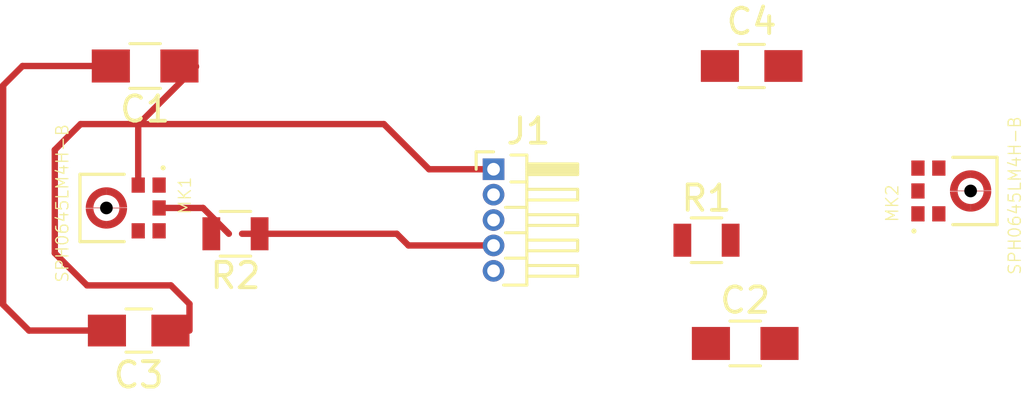
<source format=kicad_pcb>
(kicad_pcb (version 4) (host pcbnew 4.0.6-e0-6349~52~ubuntu16.10.1)

  (general
    (links 20)
    (no_connects 16)
    (area 0 0 0 0)
    (thickness 1.6)
    (drawings 0)
    (tracks 25)
    (zones 0)
    (modules 9)
    (nets 10)
  )

  (page A4)
  (layers
    (0 F.Cu signal)
    (31 B.Cu signal)
    (32 B.Adhes user)
    (33 F.Adhes user)
    (34 B.Paste user)
    (35 F.Paste user)
    (36 B.SilkS user)
    (37 F.SilkS user)
    (38 B.Mask user)
    (39 F.Mask user)
    (40 Dwgs.User user)
    (41 Cmts.User user)
    (42 Eco1.User user)
    (43 Eco2.User user)
    (44 Edge.Cuts user)
    (45 Margin user)
    (46 B.CrtYd user)
    (47 F.CrtYd user)
    (48 B.Fab user)
    (49 F.Fab user)
  )

  (setup
    (last_trace_width 0.25)
    (trace_clearance 0.2)
    (zone_clearance 0.508)
    (zone_45_only no)
    (trace_min 0.2)
    (segment_width 0.2)
    (edge_width 0.1)
    (via_size 0.6)
    (via_drill 0.4)
    (via_min_size 0.4)
    (via_min_drill 0.3)
    (uvia_size 0.3)
    (uvia_drill 0.1)
    (uvias_allowed no)
    (uvia_min_size 0.2)
    (uvia_min_drill 0.1)
    (pcb_text_width 0.3)
    (pcb_text_size 1.5 1.5)
    (mod_edge_width 0.15)
    (mod_text_size 1 1)
    (mod_text_width 0.15)
    (pad_size 1.5 1.5)
    (pad_drill 0.6)
    (pad_to_mask_clearance 0)
    (aux_axis_origin 0 0)
    (visible_elements FFFFFF7F)
    (pcbplotparams
      (layerselection 0x00030_80000001)
      (usegerberextensions false)
      (excludeedgelayer true)
      (linewidth 0.100000)
      (plotframeref false)
      (viasonmask false)
      (mode 1)
      (useauxorigin false)
      (hpglpennumber 1)
      (hpglpenspeed 20)
      (hpglpendiameter 15)
      (hpglpenoverlay 2)
      (psnegative false)
      (psa4output false)
      (plotreference true)
      (plotvalue true)
      (plotinvisibletext false)
      (padsonsilk false)
      (subtractmaskfromsilk false)
      (outputformat 1)
      (mirror false)
      (drillshape 1)
      (scaleselection 1)
      (outputdirectory ""))
  )

  (net 0 "")
  (net 1 "Net-(MK1-Pad6)")
  (net 2 "Net-(C1-Pad2)")
  (net 3 "Net-(MK2-Pad6)")
  (net 4 VCC)
  (net 5 "Net-(C2-Pad2)")
  (net 6 /ws)
  (net 7 /bclk)
  (net 8 /data)
  (net 9 GND)

  (net_class Default "This is the default net class."
    (clearance 0.2)
    (trace_width 0.25)
    (via_dia 0.6)
    (via_drill 0.4)
    (uvia_dia 0.3)
    (uvia_drill 0.1)
    (add_net /bclk)
    (add_net /data)
    (add_net /ws)
    (add_net GND)
    (add_net "Net-(C1-Pad2)")
    (add_net "Net-(C2-Pad2)")
    (add_net "Net-(MK1-Pad6)")
    (add_net "Net-(MK2-Pad6)")
    (add_net VCC)
  )

  (module Pin_Headers:Pin_Header_Angled_1x05_Pitch1.00mm (layer F.Cu) (tedit 59899A66) (tstamp 59ADAEAB)
    (at 232.664 49.784)
    (descr "Through hole angled pin header, 1x05, 1.00mm pitch, 2.0mm pin length, single row")
    (tags "Through hole angled pin header THT 1x05 1.00mm single row")
    (path /59ADBB61)
    (fp_text reference J1 (at 1.375 -1.5) (layer F.SilkS)
      (effects (font (size 1 1) (thickness 0.15)))
    )
    (fp_text value CONN_01X05 (at 1.375 5.5) (layer F.Fab)
      (effects (font (size 1 1) (thickness 0.15)))
    )
    (fp_line (start 0.5 -0.5) (end 1.25 -0.5) (layer F.Fab) (width 0.1))
    (fp_line (start 1.25 -0.5) (end 1.25 4.5) (layer F.Fab) (width 0.1))
    (fp_line (start 1.25 4.5) (end 0.25 4.5) (layer F.Fab) (width 0.1))
    (fp_line (start 0.25 4.5) (end 0.25 -0.25) (layer F.Fab) (width 0.1))
    (fp_line (start 0.25 -0.25) (end 0.5 -0.5) (layer F.Fab) (width 0.1))
    (fp_line (start -0.15 -0.15) (end 0.25 -0.15) (layer F.Fab) (width 0.1))
    (fp_line (start -0.15 -0.15) (end -0.15 0.15) (layer F.Fab) (width 0.1))
    (fp_line (start -0.15 0.15) (end 0.25 0.15) (layer F.Fab) (width 0.1))
    (fp_line (start 1.25 -0.15) (end 3.25 -0.15) (layer F.Fab) (width 0.1))
    (fp_line (start 3.25 -0.15) (end 3.25 0.15) (layer F.Fab) (width 0.1))
    (fp_line (start 1.25 0.15) (end 3.25 0.15) (layer F.Fab) (width 0.1))
    (fp_line (start -0.15 0.85) (end 0.25 0.85) (layer F.Fab) (width 0.1))
    (fp_line (start -0.15 0.85) (end -0.15 1.15) (layer F.Fab) (width 0.1))
    (fp_line (start -0.15 1.15) (end 0.25 1.15) (layer F.Fab) (width 0.1))
    (fp_line (start 1.25 0.85) (end 3.25 0.85) (layer F.Fab) (width 0.1))
    (fp_line (start 3.25 0.85) (end 3.25 1.15) (layer F.Fab) (width 0.1))
    (fp_line (start 1.25 1.15) (end 3.25 1.15) (layer F.Fab) (width 0.1))
    (fp_line (start -0.15 1.85) (end 0.25 1.85) (layer F.Fab) (width 0.1))
    (fp_line (start -0.15 1.85) (end -0.15 2.15) (layer F.Fab) (width 0.1))
    (fp_line (start -0.15 2.15) (end 0.25 2.15) (layer F.Fab) (width 0.1))
    (fp_line (start 1.25 1.85) (end 3.25 1.85) (layer F.Fab) (width 0.1))
    (fp_line (start 3.25 1.85) (end 3.25 2.15) (layer F.Fab) (width 0.1))
    (fp_line (start 1.25 2.15) (end 3.25 2.15) (layer F.Fab) (width 0.1))
    (fp_line (start -0.15 2.85) (end 0.25 2.85) (layer F.Fab) (width 0.1))
    (fp_line (start -0.15 2.85) (end -0.15 3.15) (layer F.Fab) (width 0.1))
    (fp_line (start -0.15 3.15) (end 0.25 3.15) (layer F.Fab) (width 0.1))
    (fp_line (start 1.25 2.85) (end 3.25 2.85) (layer F.Fab) (width 0.1))
    (fp_line (start 3.25 2.85) (end 3.25 3.15) (layer F.Fab) (width 0.1))
    (fp_line (start 1.25 3.15) (end 3.25 3.15) (layer F.Fab) (width 0.1))
    (fp_line (start -0.15 3.85) (end 0.25 3.85) (layer F.Fab) (width 0.1))
    (fp_line (start -0.15 3.85) (end -0.15 4.15) (layer F.Fab) (width 0.1))
    (fp_line (start -0.15 4.15) (end 0.25 4.15) (layer F.Fab) (width 0.1))
    (fp_line (start 1.25 3.85) (end 3.25 3.85) (layer F.Fab) (width 0.1))
    (fp_line (start 3.25 3.85) (end 3.25 4.15) (layer F.Fab) (width 0.1))
    (fp_line (start 1.25 4.15) (end 3.25 4.15) (layer F.Fab) (width 0.1))
    (fp_line (start 0.685 -0.56) (end 1.31 -0.56) (layer F.SilkS) (width 0.12))
    (fp_line (start 1.31 -0.56) (end 1.31 4.56) (layer F.SilkS) (width 0.12))
    (fp_line (start 1.31 4.56) (end 0.394493 4.56) (layer F.SilkS) (width 0.12))
    (fp_line (start 1.31 -0.21) (end 3.31 -0.21) (layer F.SilkS) (width 0.12))
    (fp_line (start 3.31 -0.21) (end 3.31 0.21) (layer F.SilkS) (width 0.12))
    (fp_line (start 3.31 0.21) (end 1.31 0.21) (layer F.SilkS) (width 0.12))
    (fp_line (start 1.31 -0.15) (end 3.31 -0.15) (layer F.SilkS) (width 0.12))
    (fp_line (start 1.31 -0.03) (end 3.31 -0.03) (layer F.SilkS) (width 0.12))
    (fp_line (start 1.31 0.09) (end 3.31 0.09) (layer F.SilkS) (width 0.12))
    (fp_line (start 0.685 0.5) (end 1.31 0.5) (layer F.SilkS) (width 0.12))
    (fp_line (start 1.31 0.79) (end 3.31 0.79) (layer F.SilkS) (width 0.12))
    (fp_line (start 3.31 0.79) (end 3.31 1.21) (layer F.SilkS) (width 0.12))
    (fp_line (start 3.31 1.21) (end 1.31 1.21) (layer F.SilkS) (width 0.12))
    (fp_line (start 0.468215 1.5) (end 1.31 1.5) (layer F.SilkS) (width 0.12))
    (fp_line (start 1.31 1.79) (end 3.31 1.79) (layer F.SilkS) (width 0.12))
    (fp_line (start 3.31 1.79) (end 3.31 2.21) (layer F.SilkS) (width 0.12))
    (fp_line (start 3.31 2.21) (end 1.31 2.21) (layer F.SilkS) (width 0.12))
    (fp_line (start 0.468215 2.5) (end 1.31 2.5) (layer F.SilkS) (width 0.12))
    (fp_line (start 1.31 2.79) (end 3.31 2.79) (layer F.SilkS) (width 0.12))
    (fp_line (start 3.31 2.79) (end 3.31 3.21) (layer F.SilkS) (width 0.12))
    (fp_line (start 3.31 3.21) (end 1.31 3.21) (layer F.SilkS) (width 0.12))
    (fp_line (start 0.468215 3.5) (end 1.31 3.5) (layer F.SilkS) (width 0.12))
    (fp_line (start 1.31 3.79) (end 3.31 3.79) (layer F.SilkS) (width 0.12))
    (fp_line (start 3.31 3.79) (end 3.31 4.21) (layer F.SilkS) (width 0.12))
    (fp_line (start 3.31 4.21) (end 1.31 4.21) (layer F.SilkS) (width 0.12))
    (fp_line (start -0.685 0) (end -0.685 -0.685) (layer F.SilkS) (width 0.12))
    (fp_line (start -0.685 -0.685) (end 0 -0.685) (layer F.SilkS) (width 0.12))
    (fp_line (start -1 -1) (end -1 5) (layer F.CrtYd) (width 0.05))
    (fp_line (start -1 5) (end 3.75 5) (layer F.CrtYd) (width 0.05))
    (fp_line (start 3.75 5) (end 3.75 -1) (layer F.CrtYd) (width 0.05))
    (fp_line (start 3.75 -1) (end -1 -1) (layer F.CrtYd) (width 0.05))
    (fp_text user %R (at 0.75 2 90) (layer F.Fab)
      (effects (font (size 0.6 0.6) (thickness 0.09)))
    )
    (pad 1 thru_hole rect (at 0 0) (size 0.85 0.85) (drill 0.5) (layers *.Cu *.Mask)
      (net 4 VCC))
    (pad 2 thru_hole oval (at 0 1) (size 0.85 0.85) (drill 0.5) (layers *.Cu *.Mask)
      (net 6 /ws))
    (pad 3 thru_hole oval (at 0 2) (size 0.85 0.85) (drill 0.5) (layers *.Cu *.Mask)
      (net 7 /bclk))
    (pad 4 thru_hole oval (at 0 3) (size 0.85 0.85) (drill 0.5) (layers *.Cu *.Mask)
      (net 8 /data))
    (pad 5 thru_hole oval (at 0 4) (size 0.85 0.85) (drill 0.5) (layers *.Cu *.Mask)
      (net 9 GND))
    (model ${KISYS3DMOD}/Pin_Headers.3dshapes/Pin_Header_Angled_1x05_Pitch1.00mm.wrl
      (at (xyz 0 0 0))
      (scale (xyz 1 1 1))
      (rotate (xyz 0 0 0))
    )
  )

  (module Resistors_SMD:R_0805_HandSoldering (layer F.Cu) (tedit 58E0A804) (tstamp 59AEFA45)
    (at 218.948 45.72 180)
    (descr "Resistor SMD 0805, hand soldering")
    (tags "resistor 0805")
    (path /59AEF705)
    (attr smd)
    (fp_text reference C1 (at 0 -1.7 180) (layer F.SilkS)
      (effects (font (size 1 1) (thickness 0.15)))
    )
    (fp_text value 0.1uF (at 0 1.75 180) (layer F.Fab)
      (effects (font (size 1 1) (thickness 0.15)))
    )
    (fp_text user %R (at 0 0 180) (layer F.Fab)
      (effects (font (size 0.5 0.5) (thickness 0.075)))
    )
    (fp_line (start -1 0.62) (end -1 -0.62) (layer F.Fab) (width 0.1))
    (fp_line (start 1 0.62) (end -1 0.62) (layer F.Fab) (width 0.1))
    (fp_line (start 1 -0.62) (end 1 0.62) (layer F.Fab) (width 0.1))
    (fp_line (start -1 -0.62) (end 1 -0.62) (layer F.Fab) (width 0.1))
    (fp_line (start 0.6 0.88) (end -0.6 0.88) (layer F.SilkS) (width 0.12))
    (fp_line (start -0.6 -0.88) (end 0.6 -0.88) (layer F.SilkS) (width 0.12))
    (fp_line (start -2.35 -0.9) (end 2.35 -0.9) (layer F.CrtYd) (width 0.05))
    (fp_line (start -2.35 -0.9) (end -2.35 0.9) (layer F.CrtYd) (width 0.05))
    (fp_line (start 2.35 0.9) (end 2.35 -0.9) (layer F.CrtYd) (width 0.05))
    (fp_line (start 2.35 0.9) (end -2.35 0.9) (layer F.CrtYd) (width 0.05))
    (pad 1 smd rect (at -1.35 0 180) (size 1.5 1.3) (layers F.Cu F.Paste F.Mask)
      (net 4 VCC))
    (pad 2 smd rect (at 1.35 0 180) (size 1.5 1.3) (layers F.Cu F.Paste F.Mask)
      (net 2 "Net-(C1-Pad2)"))
    (model ${KISYS3DMOD}/Resistors_SMD.3dshapes/R_0805.wrl
      (at (xyz 0 0 0))
      (scale (xyz 1 1 1))
      (rotate (xyz 0 0 0))
    )
  )

  (module Resistors_SMD:R_0805_HandSoldering (layer F.Cu) (tedit 58E0A804) (tstamp 59AEFA55)
    (at 242.57 56.642)
    (descr "Resistor SMD 0805, hand soldering")
    (tags "resistor 0805")
    (path /59AEFDAA)
    (attr smd)
    (fp_text reference C2 (at 0 -1.7) (layer F.SilkS)
      (effects (font (size 1 1) (thickness 0.15)))
    )
    (fp_text value 0.1uF (at 0 1.75) (layer F.Fab)
      (effects (font (size 1 1) (thickness 0.15)))
    )
    (fp_text user %R (at 0 0) (layer F.Fab)
      (effects (font (size 0.5 0.5) (thickness 0.075)))
    )
    (fp_line (start -1 0.62) (end -1 -0.62) (layer F.Fab) (width 0.1))
    (fp_line (start 1 0.62) (end -1 0.62) (layer F.Fab) (width 0.1))
    (fp_line (start 1 -0.62) (end 1 0.62) (layer F.Fab) (width 0.1))
    (fp_line (start -1 -0.62) (end 1 -0.62) (layer F.Fab) (width 0.1))
    (fp_line (start 0.6 0.88) (end -0.6 0.88) (layer F.SilkS) (width 0.12))
    (fp_line (start -0.6 -0.88) (end 0.6 -0.88) (layer F.SilkS) (width 0.12))
    (fp_line (start -2.35 -0.9) (end 2.35 -0.9) (layer F.CrtYd) (width 0.05))
    (fp_line (start -2.35 -0.9) (end -2.35 0.9) (layer F.CrtYd) (width 0.05))
    (fp_line (start 2.35 0.9) (end 2.35 -0.9) (layer F.CrtYd) (width 0.05))
    (fp_line (start 2.35 0.9) (end -2.35 0.9) (layer F.CrtYd) (width 0.05))
    (pad 1 smd rect (at -1.35 0) (size 1.5 1.3) (layers F.Cu F.Paste F.Mask)
      (net 4 VCC))
    (pad 2 smd rect (at 1.35 0) (size 1.5 1.3) (layers F.Cu F.Paste F.Mask)
      (net 5 "Net-(C2-Pad2)"))
    (model ${KISYS3DMOD}/Resistors_SMD.3dshapes/R_0805.wrl
      (at (xyz 0 0 0))
      (scale (xyz 1 1 1))
      (rotate (xyz 0 0 0))
    )
  )

  (module Capacitors_SMD:C_0805_HandSoldering (layer F.Cu) (tedit 58AA84A8) (tstamp 59AEFA65)
    (at 218.694 56.134 180)
    (descr "Capacitor SMD 0805, hand soldering")
    (tags "capacitor 0805")
    (path /59AEF871)
    (attr smd)
    (fp_text reference C3 (at 0 -1.75 180) (layer F.SilkS)
      (effects (font (size 1 1) (thickness 0.15)))
    )
    (fp_text value 200pf (at 0 1.75 180) (layer F.Fab)
      (effects (font (size 1 1) (thickness 0.15)))
    )
    (fp_text user %R (at 0 -1.75 180) (layer F.Fab)
      (effects (font (size 1 1) (thickness 0.15)))
    )
    (fp_line (start -1 0.62) (end -1 -0.62) (layer F.Fab) (width 0.1))
    (fp_line (start 1 0.62) (end -1 0.62) (layer F.Fab) (width 0.1))
    (fp_line (start 1 -0.62) (end 1 0.62) (layer F.Fab) (width 0.1))
    (fp_line (start -1 -0.62) (end 1 -0.62) (layer F.Fab) (width 0.1))
    (fp_line (start 0.5 -0.85) (end -0.5 -0.85) (layer F.SilkS) (width 0.12))
    (fp_line (start -0.5 0.85) (end 0.5 0.85) (layer F.SilkS) (width 0.12))
    (fp_line (start -2.25 -0.88) (end 2.25 -0.88) (layer F.CrtYd) (width 0.05))
    (fp_line (start -2.25 -0.88) (end -2.25 0.87) (layer F.CrtYd) (width 0.05))
    (fp_line (start 2.25 0.87) (end 2.25 -0.88) (layer F.CrtYd) (width 0.05))
    (fp_line (start 2.25 0.87) (end -2.25 0.87) (layer F.CrtYd) (width 0.05))
    (pad 1 smd rect (at -1.25 0 180) (size 1.5 1.25) (layers F.Cu F.Paste F.Mask)
      (net 4 VCC))
    (pad 2 smd rect (at 1.25 0 180) (size 1.5 1.25) (layers F.Cu F.Paste F.Mask)
      (net 2 "Net-(C1-Pad2)"))
    (model Capacitors_SMD.3dshapes/C_0805.wrl
      (at (xyz 0 0 0))
      (scale (xyz 1 1 1))
      (rotate (xyz 0 0 0))
    )
  )

  (module Capacitors_SMD:C_0805_HandSoldering (layer F.Cu) (tedit 58AA84A8) (tstamp 59AEFA75)
    (at 242.824 45.72)
    (descr "Capacitor SMD 0805, hand soldering")
    (tags "capacitor 0805")
    (path /59AEFDB1)
    (attr smd)
    (fp_text reference C4 (at 0 -1.75) (layer F.SilkS)
      (effects (font (size 1 1) (thickness 0.15)))
    )
    (fp_text value 200pf (at 0 1.75) (layer F.Fab)
      (effects (font (size 1 1) (thickness 0.15)))
    )
    (fp_text user %R (at 0 -1.75) (layer F.Fab)
      (effects (font (size 1 1) (thickness 0.15)))
    )
    (fp_line (start -1 0.62) (end -1 -0.62) (layer F.Fab) (width 0.1))
    (fp_line (start 1 0.62) (end -1 0.62) (layer F.Fab) (width 0.1))
    (fp_line (start 1 -0.62) (end 1 0.62) (layer F.Fab) (width 0.1))
    (fp_line (start -1 -0.62) (end 1 -0.62) (layer F.Fab) (width 0.1))
    (fp_line (start 0.5 -0.85) (end -0.5 -0.85) (layer F.SilkS) (width 0.12))
    (fp_line (start -0.5 0.85) (end 0.5 0.85) (layer F.SilkS) (width 0.12))
    (fp_line (start -2.25 -0.88) (end 2.25 -0.88) (layer F.CrtYd) (width 0.05))
    (fp_line (start -2.25 -0.88) (end -2.25 0.87) (layer F.CrtYd) (width 0.05))
    (fp_line (start 2.25 0.87) (end 2.25 -0.88) (layer F.CrtYd) (width 0.05))
    (fp_line (start 2.25 0.87) (end -2.25 0.87) (layer F.CrtYd) (width 0.05))
    (pad 1 smd rect (at -1.25 0) (size 1.5 1.25) (layers F.Cu F.Paste F.Mask)
      (net 4 VCC))
    (pad 2 smd rect (at 1.25 0) (size 1.5 1.25) (layers F.Cu F.Paste F.Mask)
      (net 5 "Net-(C2-Pad2)"))
    (model Capacitors_SMD.3dshapes/C_0805.wrl
      (at (xyz 0 0 0))
      (scale (xyz 1 1 1))
      (rotate (xyz 0 0 0))
    )
  )

  (module microfono:MIC_SPH0645LM4H-B (layer F.Cu) (tedit 0) (tstamp 59AEFA85)
    (at 217.424 51.308 270)
    (path /59AD8FF7)
    (attr smd)
    (fp_text reference MK1 (at -0.486981 -3.08725 270) (layer F.SilkS)
      (effects (font (size 0.481161 0.481161) (thickness 0.05)))
    )
    (fp_text value SPH0645LM4H-B (at -0.18114 1.73657 270) (layer F.SilkS)
      (effects (font (size 0.48038 0.48038) (thickness 0.05)))
    )
    (fp_line (start 1.325 -0.7) (end 1.325 1.04) (layer F.SilkS) (width 0.127))
    (fp_line (start 1.325 1.04) (end -1.325 1.04) (layer F.SilkS) (width 0.127))
    (fp_line (start -1.325 1.04) (end -1.325 -0.7) (layer F.SilkS) (width 0.127))
    (fp_circle (center -1.578 -2.232) (end -1.528 -2.232) (layer F.SilkS) (width 0.1))
    (fp_line (start -1.325 -2.46) (end 1.325 -2.46) (layer Dwgs.User) (width 0.127))
    (fp_line (start 1.325 -2.46) (end 1.325 1.04) (layer Dwgs.User) (width 0.127))
    (fp_line (start 1.325 1.04) (end -1.325 1.04) (layer Dwgs.User) (width 0.127))
    (fp_line (start -1.325 1.04) (end -1.325 -2.46) (layer Dwgs.User) (width 0.127))
    (fp_line (start -1.651 -2.794) (end 1.651 -2.794) (layer Dwgs.User) (width 0.05))
    (fp_line (start 1.651 -2.794) (end 1.651 1.397) (layer Dwgs.User) (width 0.05))
    (fp_line (start 1.651 1.397) (end -1.651 1.397) (layer Dwgs.User) (width 0.05))
    (fp_line (start -1.651 1.397) (end -1.651 -2.794) (layer Dwgs.User) (width 0.05))
    (fp_circle (center 0 0) (end 0.9 0) (layer F.Mask) (width 0))
    (fp_poly (pts (xy 0 -0.5125) (xy 0 -0.8125) (xy 0.021271 0.8125) (xy 0.063765 0.810273)
      (xy 0.106084 0.805826) (xy 0.148112 0.799169) (xy 0.189735 0.790322) (xy 0.230837 0.779309)
      (xy 0.271306 0.76616) (xy 0.311032 0.750911) (xy 0.349906 0.733604) (xy 0.38782 0.714286)
      (xy 0.424671 0.69301) (xy 0.460359 0.669835) (xy 0.494784 0.644823) (xy 0.527854 0.618045)
      (xy 0.559476 0.589572) (xy 0.589565 0.559483) (xy 0.618038 0.527861) (xy 0.644817 0.494792)
      (xy 0.669829 0.460367) (xy 0.693005 0.42468) (xy 0.714281 0.387829) (xy 0.7336 0.349915)
      (xy 0.750907 0.311041) (xy 0.766157 0.271316) (xy 0.779307 0.230846) (xy 0.79032 0.189744)
      (xy 0.799167 0.148122) (xy 0.805824 0.106094) (xy 0.810272 0.063775) (xy 0.8125 0.021281)
      (xy 0.8125 0) (xy 0.5125 0) (xy 0.5125 0.013417) (xy 0.511095 0.040221)
      (xy 0.50829 0.066915) (xy 0.504091 0.093425) (xy 0.498511 0.119679) (xy 0.491564 0.145605)
      (xy 0.48327 0.171132) (xy 0.473652 0.19619) (xy 0.462735 0.22071) (xy 0.45055 0.244625)
      (xy 0.437129 0.26787) (xy 0.422511 0.29038) (xy 0.406735 0.312095) (xy 0.389844 0.332954)
      (xy 0.371884 0.3529) (xy 0.352905 0.37188) (xy 0.332958 0.38984) (xy 0.3121 0.406731)
      (xy 0.290385 0.422508) (xy 0.267875 0.437126) (xy 0.24463 0.450547) (xy 0.220715 0.462732)
      (xy 0.196195 0.473649) (xy 0.171138 0.483268) (xy 0.145611 0.491563) (xy 0.119685 0.49851)
      (xy 0.093431 0.50409) (xy 0.066921 0.508289) (xy 0.040227 0.511095) (xy 0.013423 0.5125)) (layer F.Cu) (width 0.001))
    (fp_poly (pts (xy -0.5125 0) (xy -0.8125 0) (xy -0.8125 0.021271) (xy -0.810273 0.063765)
      (xy -0.805826 0.106084) (xy -0.799169 0.148112) (xy -0.790322 0.189735) (xy -0.779309 0.230837)
      (xy -0.76616 0.271306) (xy -0.750911 0.311032) (xy -0.733604 0.349906) (xy -0.714286 0.38782)
      (xy -0.69301 0.424671) (xy -0.669835 0.460359) (xy -0.644823 0.494784) (xy -0.618045 0.527854)
      (xy -0.589572 0.559476) (xy -0.559483 0.589565) (xy -0.527861 0.618038) (xy -0.494792 0.644817)
      (xy -0.460367 0.669829) (xy -0.42468 0.693005) (xy -0.387829 0.714281) (xy -0.349915 0.7336)
      (xy -0.311041 0.750907) (xy -0.271316 0.766157) (xy -0.230846 0.779307) (xy -0.189744 0.79032)
      (xy -0.148122 0.799167) (xy -0.106094 0.805824) (xy -0.063775 0.810272) (xy -0.021281 0.8125)
      (xy 0 0.8125) (xy 0 -0.5125) (xy -0.013417 0.5125) (xy -0.040221 0.511095)
      (xy -0.066915 0.50829) (xy -0.093425 0.504091) (xy -0.119679 0.498511) (xy -0.145605 0.491564)
      (xy -0.171132 0.48327) (xy -0.19619 0.473652) (xy -0.22071 0.462735) (xy -0.244625 0.45055)
      (xy -0.26787 0.437129) (xy -0.29038 0.422511) (xy -0.312095 0.406735) (xy -0.332954 0.389844)
      (xy -0.3529 0.371884) (xy -0.37188 0.352905) (xy -0.38984 0.332958) (xy -0.406731 0.3121)
      (xy -0.422508 0.290385) (xy -0.437126 0.267875) (xy -0.450547 0.24463) (xy -0.462732 0.220715)
      (xy -0.473649 0.196195) (xy -0.483268 0.171138) (xy -0.491563 0.145611) (xy -0.49851 0.119685)
      (xy -0.50409 0.093431) (xy -0.508289 0.066921) (xy -0.511095 0.040227) (xy -0.5125 0.013423)) (layer F.Cu) (width 0.001))
    (fp_poly (pts (xy 0 0.5125) (xy 0 0.8125) (xy -0.021271 -0.8125) (xy -0.063765 -0.810273)
      (xy -0.106084 -0.805826) (xy -0.148112 -0.799169) (xy -0.189735 -0.790322) (xy -0.230837 -0.779309)
      (xy -0.271306 -0.76616) (xy -0.311032 -0.750911) (xy -0.349906 -0.733604) (xy -0.38782 -0.714286)
      (xy -0.424671 -0.69301) (xy -0.460359 -0.669835) (xy -0.494784 -0.644823) (xy -0.527854 -0.618045)
      (xy -0.559476 -0.589572) (xy -0.589565 -0.559483) (xy -0.618038 -0.527861) (xy -0.644817 -0.494792)
      (xy -0.669829 -0.460367) (xy -0.693005 -0.42468) (xy -0.714281 -0.387829) (xy -0.7336 -0.349915)
      (xy -0.750907 -0.311041) (xy -0.766157 -0.271316) (xy -0.779307 -0.230846) (xy -0.79032 -0.189744)
      (xy -0.799167 -0.148122) (xy -0.805824 -0.106094) (xy -0.810272 -0.063775) (xy -0.8125 -0.021281)
      (xy -0.8125 0) (xy -0.5125 0) (xy -0.5125 -0.013417) (xy -0.511095 -0.040221)
      (xy -0.50829 -0.066915) (xy -0.504091 -0.093425) (xy -0.498511 -0.119679) (xy -0.491564 -0.145605)
      (xy -0.48327 -0.171132) (xy -0.473652 -0.19619) (xy -0.462735 -0.22071) (xy -0.45055 -0.244625)
      (xy -0.437129 -0.26787) (xy -0.422511 -0.29038) (xy -0.406735 -0.312095) (xy -0.389844 -0.332954)
      (xy -0.371884 -0.3529) (xy -0.352905 -0.37188) (xy -0.332958 -0.38984) (xy -0.3121 -0.406731)
      (xy -0.290385 -0.422508) (xy -0.267875 -0.437126) (xy -0.24463 -0.450547) (xy -0.220715 -0.462732)
      (xy -0.196195 -0.473649) (xy -0.171138 -0.483268) (xy -0.145611 -0.491563) (xy -0.119685 -0.49851)
      (xy -0.093431 -0.50409) (xy -0.066921 -0.508289) (xy -0.040227 -0.511095) (xy -0.013423 -0.5125)) (layer F.Cu) (width 0.001))
    (fp_poly (pts (xy 0.5125 0) (xy 0.8125 0) (xy 0.8125 -0.021271) (xy 0.810273 -0.063765)
      (xy 0.805826 -0.106084) (xy 0.799169 -0.148112) (xy 0.790322 -0.189735) (xy 0.779309 -0.230837)
      (xy 0.76616 -0.271306) (xy 0.750911 -0.311032) (xy 0.733604 -0.349906) (xy 0.714286 -0.38782)
      (xy 0.69301 -0.424671) (xy 0.669835 -0.460359) (xy 0.644823 -0.494784) (xy 0.618045 -0.527854)
      (xy 0.589572 -0.559476) (xy 0.559483 -0.589565) (xy 0.527861 -0.618038) (xy 0.494792 -0.644817)
      (xy 0.460367 -0.669829) (xy 0.42468 -0.693005) (xy 0.387829 -0.714281) (xy 0.349915 -0.7336)
      (xy 0.311041 -0.750907) (xy 0.271316 -0.766157) (xy 0.230846 -0.779307) (xy 0.189744 -0.79032)
      (xy 0.148122 -0.799167) (xy 0.106094 -0.805824) (xy 0.063775 -0.810272) (xy 0.021281 -0.8125)
      (xy 0 -0.8125) (xy 0 0.5125) (xy 0.013417 -0.5125) (xy 0.040221 -0.511095)
      (xy 0.066915 -0.50829) (xy 0.093425 -0.504091) (xy 0.119679 -0.498511) (xy 0.145605 -0.491564)
      (xy 0.171132 -0.48327) (xy 0.19619 -0.473652) (xy 0.22071 -0.462735) (xy 0.244625 -0.45055)
      (xy 0.26787 -0.437129) (xy 0.29038 -0.422511) (xy 0.312095 -0.406735) (xy 0.332954 -0.389844)
      (xy 0.3529 -0.371884) (xy 0.37188 -0.352905) (xy 0.38984 -0.332958) (xy 0.406731 -0.3121)
      (xy 0.422508 -0.290385) (xy 0.437126 -0.267875) (xy 0.450547 -0.24463) (xy 0.462732 -0.220715)
      (xy 0.473649 -0.196195) (xy 0.483268 -0.171138) (xy 0.491563 -0.145611) (xy 0.49851 -0.119685)
      (xy 0.50409 -0.093431) (xy 0.508289 -0.066921) (xy 0.511095 -0.040227) (xy 0.5125 -0.013423)) (layer F.Cu) (width 0.001))
    (fp_poly (pts (xy -0.385 -0.53) (xy -0.285 -0.43) (xy -0.23 -0.465) (xy -0.12 -0.505)
      (xy -0.12 -0.51) (xy -0.11 -0.505) (xy -0.005 -0.52) (xy 0.005 -0.523603)
      (xy 0.005 -0.52) (xy 0.125 -0.505) (xy 0.224609 -0.461537) (xy 0.292666 -0.426172)
      (xy 0.39 -0.525) (xy 0.505 -0.635) (xy 0.41 -0.7) (xy 0.31 -0.75)
      (xy 0.22 -0.78) (xy 0.14 -0.8) (xy 0 -0.81) (xy -0.160191 -0.796203)
      (xy -0.31 -0.75) (xy -0.4 -0.705) (xy -0.499766 -0.640309)) (layer F.Paste) (width 0.001))
    (fp_poly (pts (xy -0.53 0.38) (xy -0.425 0.28) (xy -0.46 0.23) (xy -0.5 0.12)
      (xy -0.513603 0) (xy -0.5 -0.12) (xy -0.461537 -0.224609) (xy -0.426172 -0.287666)
      (xy -0.525 -0.385) (xy -0.64 -0.5) (xy -0.705 -0.405) (xy -0.75 -0.31)
      (xy -0.78 -0.22) (xy -0.8 -0.14) (xy -0.81 0) (xy -0.796203 0.160191)
      (xy -0.75 0.31) (xy -0.69 0.425) (xy -0.645309 0.494766)) (layer F.Paste) (width 0.001))
    (fp_poly (pts (xy 0.385 0.53) (xy 0.28 0.425) (xy 0.23 0.46) (xy 0.12 0.5)
      (xy 0 0.513603) (xy -0.12 0.5) (xy -0.224609 0.461537) (xy -0.282666 0.421172)
      (xy -0.38 0.52) (xy -0.5 0.64) (xy -0.405 0.705) (xy -0.31 0.75)
      (xy -0.23 0.78) (xy -0.14 0.8) (xy -0.06 0.81) (xy 0.065 0.81)
      (xy 0.160191 0.796203) (xy 0.235 0.78) (xy 0.31 0.75) (xy 0.405 0.705)
      (xy 0.499766 0.640309)) (layer F.Paste) (width 0.001))
    (fp_poly (pts (xy 0.53 -0.375) (xy 0.435 -0.28) (xy 0.46 -0.23) (xy 0.485 -0.175)
      (xy 0.5 -0.12) (xy 0.51 -0.06) (xy 0.513603 0) (xy 0.5 0.12)
      (xy 0.461537 0.224609) (xy 0.426172 0.282666) (xy 0.525 0.385) (xy 0.64 0.5)
      (xy 0.7 0.41) (xy 0.75 0.31) (xy 0.78 0.23) (xy 0.8 0.14)
      (xy 0.81 0) (xy 0.796203 -0.160191) (xy 0.75 -0.31) (xy 0.7 -0.415)
      (xy 0.645309 -0.489766)) (layer F.Paste) (width 0.001))
    (pad 2 smd rect (at -0.9 -1.252 270) (size 0.6 0.522) (layers F.Cu F.Paste F.Mask)
      (net 4 VCC))
    (pad 1 smd rect (at -0.9 -2.074 270) (size 0.6 0.522) (layers F.Cu F.Paste F.Mask)
      (net 6 /ws))
    (pad 6 smd rect (at 0 -2.074 270) (size 0.6 0.522) (layers F.Cu F.Paste F.Mask)
      (net 1 "Net-(MK1-Pad6)"))
    (pad 5 smd rect (at 0.9 -2.074 270) (size 0.6 0.522) (layers F.Cu F.Paste F.Mask)
      (net 4 VCC))
    (pad 4 smd rect (at 0.9 -1.252 270) (size 0.6 0.522) (layers F.Cu F.Paste F.Mask)
      (net 7 /bclk))
    (pad 3 smd rect (at 0.65 -0.02 270) (size 0.1 0.1) (layers F.Cu F.Paste F.Mask)
      (net 9 GND))
    (pad Hole np_thru_hole circle (at 0 0 270) (size 0.5 0.5) (drill 0.5) (layers))
  )

  (module microfono:MIC_SPH0645LM4H-B (layer F.Cu) (tedit 0) (tstamp 59AEFAA4)
    (at 251.44361 50.639062 90)
    (path /59AEFDA3)
    (attr smd)
    (fp_text reference MK2 (at -0.486981 -3.08725 90) (layer F.SilkS)
      (effects (font (size 0.481161 0.481161) (thickness 0.05)))
    )
    (fp_text value SPH0645LM4H-B (at -0.18114 1.73657 90) (layer F.SilkS)
      (effects (font (size 0.48038 0.48038) (thickness 0.05)))
    )
    (fp_line (start 1.325 -0.7) (end 1.325 1.04) (layer F.SilkS) (width 0.127))
    (fp_line (start 1.325 1.04) (end -1.325 1.04) (layer F.SilkS) (width 0.127))
    (fp_line (start -1.325 1.04) (end -1.325 -0.7) (layer F.SilkS) (width 0.127))
    (fp_circle (center -1.578 -2.232) (end -1.528 -2.232) (layer F.SilkS) (width 0.1))
    (fp_line (start -1.325 -2.46) (end 1.325 -2.46) (layer Dwgs.User) (width 0.127))
    (fp_line (start 1.325 -2.46) (end 1.325 1.04) (layer Dwgs.User) (width 0.127))
    (fp_line (start 1.325 1.04) (end -1.325 1.04) (layer Dwgs.User) (width 0.127))
    (fp_line (start -1.325 1.04) (end -1.325 -2.46) (layer Dwgs.User) (width 0.127))
    (fp_line (start -1.651 -2.794) (end 1.651 -2.794) (layer Dwgs.User) (width 0.05))
    (fp_line (start 1.651 -2.794) (end 1.651 1.397) (layer Dwgs.User) (width 0.05))
    (fp_line (start 1.651 1.397) (end -1.651 1.397) (layer Dwgs.User) (width 0.05))
    (fp_line (start -1.651 1.397) (end -1.651 -2.794) (layer Dwgs.User) (width 0.05))
    (fp_circle (center 0 0) (end 0.9 0) (layer F.Mask) (width 0))
    (fp_poly (pts (xy 0 -0.5125) (xy 0 -0.8125) (xy 0.021271 0.8125) (xy 0.063765 0.810273)
      (xy 0.106084 0.805826) (xy 0.148112 0.799169) (xy 0.189735 0.790322) (xy 0.230837 0.779309)
      (xy 0.271306 0.76616) (xy 0.311032 0.750911) (xy 0.349906 0.733604) (xy 0.38782 0.714286)
      (xy 0.424671 0.69301) (xy 0.460359 0.669835) (xy 0.494784 0.644823) (xy 0.527854 0.618045)
      (xy 0.559476 0.589572) (xy 0.589565 0.559483) (xy 0.618038 0.527861) (xy 0.644817 0.494792)
      (xy 0.669829 0.460367) (xy 0.693005 0.42468) (xy 0.714281 0.387829) (xy 0.7336 0.349915)
      (xy 0.750907 0.311041) (xy 0.766157 0.271316) (xy 0.779307 0.230846) (xy 0.79032 0.189744)
      (xy 0.799167 0.148122) (xy 0.805824 0.106094) (xy 0.810272 0.063775) (xy 0.8125 0.021281)
      (xy 0.8125 0) (xy 0.5125 0) (xy 0.5125 0.013417) (xy 0.511095 0.040221)
      (xy 0.50829 0.066915) (xy 0.504091 0.093425) (xy 0.498511 0.119679) (xy 0.491564 0.145605)
      (xy 0.48327 0.171132) (xy 0.473652 0.19619) (xy 0.462735 0.22071) (xy 0.45055 0.244625)
      (xy 0.437129 0.26787) (xy 0.422511 0.29038) (xy 0.406735 0.312095) (xy 0.389844 0.332954)
      (xy 0.371884 0.3529) (xy 0.352905 0.37188) (xy 0.332958 0.38984) (xy 0.3121 0.406731)
      (xy 0.290385 0.422508) (xy 0.267875 0.437126) (xy 0.24463 0.450547) (xy 0.220715 0.462732)
      (xy 0.196195 0.473649) (xy 0.171138 0.483268) (xy 0.145611 0.491563) (xy 0.119685 0.49851)
      (xy 0.093431 0.50409) (xy 0.066921 0.508289) (xy 0.040227 0.511095) (xy 0.013423 0.5125)) (layer F.Cu) (width 0.001))
    (fp_poly (pts (xy -0.5125 0) (xy -0.8125 0) (xy -0.8125 0.021271) (xy -0.810273 0.063765)
      (xy -0.805826 0.106084) (xy -0.799169 0.148112) (xy -0.790322 0.189735) (xy -0.779309 0.230837)
      (xy -0.76616 0.271306) (xy -0.750911 0.311032) (xy -0.733604 0.349906) (xy -0.714286 0.38782)
      (xy -0.69301 0.424671) (xy -0.669835 0.460359) (xy -0.644823 0.494784) (xy -0.618045 0.527854)
      (xy -0.589572 0.559476) (xy -0.559483 0.589565) (xy -0.527861 0.618038) (xy -0.494792 0.644817)
      (xy -0.460367 0.669829) (xy -0.42468 0.693005) (xy -0.387829 0.714281) (xy -0.349915 0.7336)
      (xy -0.311041 0.750907) (xy -0.271316 0.766157) (xy -0.230846 0.779307) (xy -0.189744 0.79032)
      (xy -0.148122 0.799167) (xy -0.106094 0.805824) (xy -0.063775 0.810272) (xy -0.021281 0.8125)
      (xy 0 0.8125) (xy 0 -0.5125) (xy -0.013417 0.5125) (xy -0.040221 0.511095)
      (xy -0.066915 0.50829) (xy -0.093425 0.504091) (xy -0.119679 0.498511) (xy -0.145605 0.491564)
      (xy -0.171132 0.48327) (xy -0.19619 0.473652) (xy -0.22071 0.462735) (xy -0.244625 0.45055)
      (xy -0.26787 0.437129) (xy -0.29038 0.422511) (xy -0.312095 0.406735) (xy -0.332954 0.389844)
      (xy -0.3529 0.371884) (xy -0.37188 0.352905) (xy -0.38984 0.332958) (xy -0.406731 0.3121)
      (xy -0.422508 0.290385) (xy -0.437126 0.267875) (xy -0.450547 0.24463) (xy -0.462732 0.220715)
      (xy -0.473649 0.196195) (xy -0.483268 0.171138) (xy -0.491563 0.145611) (xy -0.49851 0.119685)
      (xy -0.50409 0.093431) (xy -0.508289 0.066921) (xy -0.511095 0.040227) (xy -0.5125 0.013423)) (layer F.Cu) (width 0.001))
    (fp_poly (pts (xy 0 0.5125) (xy 0 0.8125) (xy -0.021271 -0.8125) (xy -0.063765 -0.810273)
      (xy -0.106084 -0.805826) (xy -0.148112 -0.799169) (xy -0.189735 -0.790322) (xy -0.230837 -0.779309)
      (xy -0.271306 -0.76616) (xy -0.311032 -0.750911) (xy -0.349906 -0.733604) (xy -0.38782 -0.714286)
      (xy -0.424671 -0.69301) (xy -0.460359 -0.669835) (xy -0.494784 -0.644823) (xy -0.527854 -0.618045)
      (xy -0.559476 -0.589572) (xy -0.589565 -0.559483) (xy -0.618038 -0.527861) (xy -0.644817 -0.494792)
      (xy -0.669829 -0.460367) (xy -0.693005 -0.42468) (xy -0.714281 -0.387829) (xy -0.7336 -0.349915)
      (xy -0.750907 -0.311041) (xy -0.766157 -0.271316) (xy -0.779307 -0.230846) (xy -0.79032 -0.189744)
      (xy -0.799167 -0.148122) (xy -0.805824 -0.106094) (xy -0.810272 -0.063775) (xy -0.8125 -0.021281)
      (xy -0.8125 0) (xy -0.5125 0) (xy -0.5125 -0.013417) (xy -0.511095 -0.040221)
      (xy -0.50829 -0.066915) (xy -0.504091 -0.093425) (xy -0.498511 -0.119679) (xy -0.491564 -0.145605)
      (xy -0.48327 -0.171132) (xy -0.473652 -0.19619) (xy -0.462735 -0.22071) (xy -0.45055 -0.244625)
      (xy -0.437129 -0.26787) (xy -0.422511 -0.29038) (xy -0.406735 -0.312095) (xy -0.389844 -0.332954)
      (xy -0.371884 -0.3529) (xy -0.352905 -0.37188) (xy -0.332958 -0.38984) (xy -0.3121 -0.406731)
      (xy -0.290385 -0.422508) (xy -0.267875 -0.437126) (xy -0.24463 -0.450547) (xy -0.220715 -0.462732)
      (xy -0.196195 -0.473649) (xy -0.171138 -0.483268) (xy -0.145611 -0.491563) (xy -0.119685 -0.49851)
      (xy -0.093431 -0.50409) (xy -0.066921 -0.508289) (xy -0.040227 -0.511095) (xy -0.013423 -0.5125)) (layer F.Cu) (width 0.001))
    (fp_poly (pts (xy 0.5125 0) (xy 0.8125 0) (xy 0.8125 -0.021271) (xy 0.810273 -0.063765)
      (xy 0.805826 -0.106084) (xy 0.799169 -0.148112) (xy 0.790322 -0.189735) (xy 0.779309 -0.230837)
      (xy 0.76616 -0.271306) (xy 0.750911 -0.311032) (xy 0.733604 -0.349906) (xy 0.714286 -0.38782)
      (xy 0.69301 -0.424671) (xy 0.669835 -0.460359) (xy 0.644823 -0.494784) (xy 0.618045 -0.527854)
      (xy 0.589572 -0.559476) (xy 0.559483 -0.589565) (xy 0.527861 -0.618038) (xy 0.494792 -0.644817)
      (xy 0.460367 -0.669829) (xy 0.42468 -0.693005) (xy 0.387829 -0.714281) (xy 0.349915 -0.7336)
      (xy 0.311041 -0.750907) (xy 0.271316 -0.766157) (xy 0.230846 -0.779307) (xy 0.189744 -0.79032)
      (xy 0.148122 -0.799167) (xy 0.106094 -0.805824) (xy 0.063775 -0.810272) (xy 0.021281 -0.8125)
      (xy 0 -0.8125) (xy 0 0.5125) (xy 0.013417 -0.5125) (xy 0.040221 -0.511095)
      (xy 0.066915 -0.50829) (xy 0.093425 -0.504091) (xy 0.119679 -0.498511) (xy 0.145605 -0.491564)
      (xy 0.171132 -0.48327) (xy 0.19619 -0.473652) (xy 0.22071 -0.462735) (xy 0.244625 -0.45055)
      (xy 0.26787 -0.437129) (xy 0.29038 -0.422511) (xy 0.312095 -0.406735) (xy 0.332954 -0.389844)
      (xy 0.3529 -0.371884) (xy 0.37188 -0.352905) (xy 0.38984 -0.332958) (xy 0.406731 -0.3121)
      (xy 0.422508 -0.290385) (xy 0.437126 -0.267875) (xy 0.450547 -0.24463) (xy 0.462732 -0.220715)
      (xy 0.473649 -0.196195) (xy 0.483268 -0.171138) (xy 0.491563 -0.145611) (xy 0.49851 -0.119685)
      (xy 0.50409 -0.093431) (xy 0.508289 -0.066921) (xy 0.511095 -0.040227) (xy 0.5125 -0.013423)) (layer F.Cu) (width 0.001))
    (fp_poly (pts (xy -0.385 -0.53) (xy -0.285 -0.43) (xy -0.23 -0.465) (xy -0.12 -0.505)
      (xy -0.12 -0.51) (xy -0.11 -0.505) (xy -0.005 -0.52) (xy 0.005 -0.523603)
      (xy 0.005 -0.52) (xy 0.125 -0.505) (xy 0.224609 -0.461537) (xy 0.292666 -0.426172)
      (xy 0.39 -0.525) (xy 0.505 -0.635) (xy 0.41 -0.7) (xy 0.31 -0.75)
      (xy 0.22 -0.78) (xy 0.14 -0.8) (xy 0 -0.81) (xy -0.160191 -0.796203)
      (xy -0.31 -0.75) (xy -0.4 -0.705) (xy -0.499766 -0.640309)) (layer F.Paste) (width 0.001))
    (fp_poly (pts (xy -0.53 0.38) (xy -0.425 0.28) (xy -0.46 0.23) (xy -0.5 0.12)
      (xy -0.513603 0) (xy -0.5 -0.12) (xy -0.461537 -0.224609) (xy -0.426172 -0.287666)
      (xy -0.525 -0.385) (xy -0.64 -0.5) (xy -0.705 -0.405) (xy -0.75 -0.31)
      (xy -0.78 -0.22) (xy -0.8 -0.14) (xy -0.81 0) (xy -0.796203 0.160191)
      (xy -0.75 0.31) (xy -0.69 0.425) (xy -0.645309 0.494766)) (layer F.Paste) (width 0.001))
    (fp_poly (pts (xy 0.385 0.53) (xy 0.28 0.425) (xy 0.23 0.46) (xy 0.12 0.5)
      (xy 0 0.513603) (xy -0.12 0.5) (xy -0.224609 0.461537) (xy -0.282666 0.421172)
      (xy -0.38 0.52) (xy -0.5 0.64) (xy -0.405 0.705) (xy -0.31 0.75)
      (xy -0.23 0.78) (xy -0.14 0.8) (xy -0.06 0.81) (xy 0.065 0.81)
      (xy 0.160191 0.796203) (xy 0.235 0.78) (xy 0.31 0.75) (xy 0.405 0.705)
      (xy 0.499766 0.640309)) (layer F.Paste) (width 0.001))
    (fp_poly (pts (xy 0.53 -0.375) (xy 0.435 -0.28) (xy 0.46 -0.23) (xy 0.485 -0.175)
      (xy 0.5 -0.12) (xy 0.51 -0.06) (xy 0.513603 0) (xy 0.5 0.12)
      (xy 0.461537 0.224609) (xy 0.426172 0.282666) (xy 0.525 0.385) (xy 0.64 0.5)
      (xy 0.7 0.41) (xy 0.75 0.31) (xy 0.78 0.23) (xy 0.8 0.14)
      (xy 0.81 0) (xy 0.796203 -0.160191) (xy 0.75 -0.31) (xy 0.7 -0.415)
      (xy 0.645309 -0.489766)) (layer F.Paste) (width 0.001))
    (pad 2 smd rect (at -0.9 -1.252 90) (size 0.6 0.522) (layers F.Cu F.Paste F.Mask)
      (net 9 GND))
    (pad 1 smd rect (at -0.9 -2.074 90) (size 0.6 0.522) (layers F.Cu F.Paste F.Mask)
      (net 6 /ws))
    (pad 6 smd rect (at 0 -2.074 90) (size 0.6 0.522) (layers F.Cu F.Paste F.Mask)
      (net 3 "Net-(MK2-Pad6)"))
    (pad 5 smd rect (at 0.9 -2.074 90) (size 0.6 0.522) (layers F.Cu F.Paste F.Mask)
      (net 4 VCC))
    (pad 4 smd rect (at 0.9 -1.252 90) (size 0.6 0.522) (layers F.Cu F.Paste F.Mask)
      (net 7 /bclk))
    (pad 3 smd rect (at 0.65 -0.02 90) (size 0.1 0.1) (layers F.Cu F.Paste F.Mask)
      (net 9 GND))
    (pad Hole np_thru_hole circle (at 0 0 90) (size 0.5 0.5) (drill 0.5) (layers))
  )

  (module Resistors_SMD:R_0805 (layer F.Cu) (tedit 58E0A804) (tstamp 59AEFAC3)
    (at 241.046 52.578)
    (descr "Resistor SMD 0805, reflow soldering, Vishay (see dcrcw.pdf)")
    (tags "resistor 0805")
    (path /59AF08CC)
    (attr smd)
    (fp_text reference R1 (at 0 -1.65) (layer F.SilkS)
      (effects (font (size 1 1) (thickness 0.15)))
    )
    (fp_text value R (at 0 1.75) (layer F.Fab)
      (effects (font (size 1 1) (thickness 0.15)))
    )
    (fp_text user %R (at 0 0) (layer F.Fab)
      (effects (font (size 0.5 0.5) (thickness 0.075)))
    )
    (fp_line (start -1 0.62) (end -1 -0.62) (layer F.Fab) (width 0.1))
    (fp_line (start 1 0.62) (end -1 0.62) (layer F.Fab) (width 0.1))
    (fp_line (start 1 -0.62) (end 1 0.62) (layer F.Fab) (width 0.1))
    (fp_line (start -1 -0.62) (end 1 -0.62) (layer F.Fab) (width 0.1))
    (fp_line (start 0.6 0.88) (end -0.6 0.88) (layer F.SilkS) (width 0.12))
    (fp_line (start -0.6 -0.88) (end 0.6 -0.88) (layer F.SilkS) (width 0.12))
    (fp_line (start -1.55 -0.9) (end 1.55 -0.9) (layer F.CrtYd) (width 0.05))
    (fp_line (start -1.55 -0.9) (end -1.55 0.9) (layer F.CrtYd) (width 0.05))
    (fp_line (start 1.55 0.9) (end 1.55 -0.9) (layer F.CrtYd) (width 0.05))
    (fp_line (start 1.55 0.9) (end -1.55 0.9) (layer F.CrtYd) (width 0.05))
    (pad 1 smd rect (at -0.95 0) (size 0.7 1.3) (layers F.Cu F.Paste F.Mask)
      (net 8 /data))
    (pad 2 smd rect (at 0.95 0) (size 0.7 1.3) (layers F.Cu F.Paste F.Mask)
      (net 1 "Net-(MK1-Pad6)"))
    (model ${KISYS3DMOD}/Resistors_SMD.3dshapes/R_0805.wrl
      (at (xyz 0 0 0))
      (scale (xyz 1 1 1))
      (rotate (xyz 0 0 0))
    )
  )

  (module Resistors_SMD:R_0805 (layer F.Cu) (tedit 58E0A804) (tstamp 59AEFAD3)
    (at 222.504 52.324 180)
    (descr "Resistor SMD 0805, reflow soldering, Vishay (see dcrcw.pdf)")
    (tags "resistor 0805")
    (path /59AEFDD0)
    (attr smd)
    (fp_text reference R2 (at 0 -1.65 180) (layer F.SilkS)
      (effects (font (size 1 1) (thickness 0.15)))
    )
    (fp_text value R (at 0 1.75 180) (layer F.Fab)
      (effects (font (size 1 1) (thickness 0.15)))
    )
    (fp_text user %R (at 0 0 180) (layer F.Fab)
      (effects (font (size 0.5 0.5) (thickness 0.075)))
    )
    (fp_line (start -1 0.62) (end -1 -0.62) (layer F.Fab) (width 0.1))
    (fp_line (start 1 0.62) (end -1 0.62) (layer F.Fab) (width 0.1))
    (fp_line (start 1 -0.62) (end 1 0.62) (layer F.Fab) (width 0.1))
    (fp_line (start -1 -0.62) (end 1 -0.62) (layer F.Fab) (width 0.1))
    (fp_line (start 0.6 0.88) (end -0.6 0.88) (layer F.SilkS) (width 0.12))
    (fp_line (start -0.6 -0.88) (end 0.6 -0.88) (layer F.SilkS) (width 0.12))
    (fp_line (start -1.55 -0.9) (end 1.55 -0.9) (layer F.CrtYd) (width 0.05))
    (fp_line (start -1.55 -0.9) (end -1.55 0.9) (layer F.CrtYd) (width 0.05))
    (fp_line (start 1.55 0.9) (end 1.55 -0.9) (layer F.CrtYd) (width 0.05))
    (fp_line (start 1.55 0.9) (end -1.55 0.9) (layer F.CrtYd) (width 0.05))
    (pad 1 smd rect (at -0.95 0 180) (size 0.7 1.3) (layers F.Cu F.Paste F.Mask)
      (net 8 /data))
    (pad 2 smd rect (at 0.95 0 180) (size 0.7 1.3) (layers F.Cu F.Paste F.Mask)
      (net 3 "Net-(MK2-Pad6)"))
    (model ${KISYS3DMOD}/Resistors_SMD.3dshapes/R_0805.wrl
      (at (xyz 0 0 0))
      (scale (xyz 1 1 1))
      (rotate (xyz 0 0 0))
    )
  )

  (segment (start 219.498 51.308) (end 221.228 51.308) (width 0.25) (layer F.Cu) (net 1))
  (segment (start 221.228 51.308) (end 222.244 52.324) (width 0.25) (layer F.Cu) (net 1) (tstamp 59ADB426))
  (segment (start 216.948 45.72) (end 214.122 45.72) (width 0.25) (layer F.Cu) (net 2))
  (segment (start 214.376 56.134) (end 216.694 56.134) (width 0.25) (layer F.Cu) (net 2) (tstamp 59ADB379))
  (segment (start 213.36 55.118) (end 214.376 56.134) (width 0.25) (layer F.Cu) (net 2) (tstamp 59ADB378))
  (segment (start 213.36 46.482) (end 213.36 55.118) (width 0.25) (layer F.Cu) (net 2) (tstamp 59ADB377))
  (segment (start 214.122 45.72) (end 213.36 46.482) (width 0.25) (layer F.Cu) (net 2) (tstamp 59ADB376))
  (segment (start 232.664 49.784) (end 230.124 49.784) (width 0.25) (layer F.Cu) (net 4))
  (segment (start 228.346 48.006) (end 218.694 48.006) (width 0.25) (layer F.Cu) (net 4) (tstamp 59ADB46E))
  (segment (start 230.124 49.784) (end 228.346 48.006) (width 0.25) (layer F.Cu) (net 4) (tstamp 59ADB46A))
  (segment (start 220.694 56.134) (end 220.694 55.086) (width 0.25) (layer F.Cu) (net 4))
  (segment (start 216.408 48.006) (end 218.694 48.006) (width 0.25) (layer F.Cu) (net 4) (tstamp 59ADB41E))
  (segment (start 215.392 49.022) (end 216.408 48.006) (width 0.25) (layer F.Cu) (net 4) (tstamp 59ADB41D))
  (segment (start 215.392 53.086) (end 215.392 49.022) (width 0.25) (layer F.Cu) (net 4) (tstamp 59ADB41B))
  (segment (start 216.662 54.356) (end 215.392 53.086) (width 0.25) (layer F.Cu) (net 4) (tstamp 59ADB419))
  (segment (start 219.964 54.356) (end 216.662 54.356) (width 0.25) (layer F.Cu) (net 4) (tstamp 59ADB418))
  (segment (start 220.694 55.086) (end 219.964 54.356) (width 0.25) (layer F.Cu) (net 4) (tstamp 59ADB417))
  (segment (start 220.948 45.72) (end 220.948 45.752) (width 0.25) (layer F.Cu) (net 4) (tstamp 59ADB35E))
  (segment (start 220.948 45.752) (end 218.694 48.006) (width 0.25) (layer F.Cu) (net 4) (tstamp 59ADB35F))
  (segment (start 218.694 48.006) (end 218.676 48.024) (width 0.25) (layer F.Cu) (net 4) (tstamp 59ADB422))
  (segment (start 218.676 48.024) (end 218.676 50.408) (width 0.25) (layer F.Cu) (net 4) (tstamp 59ADB360))
  (segment (start 218.694 52.226) (end 218.676 52.208) (width 0.25) (layer F.Cu) (net 7) (tstamp 59ADB414))
  (segment (start 222.764 52.324) (end 228.854 52.324) (width 0.25) (layer F.Cu) (net 8))
  (segment (start 229.314 52.784) (end 232.664 52.784) (width 0.25) (layer F.Cu) (net 8) (tstamp 59ADB42B))
  (segment (start 228.854 52.324) (end 229.314 52.784) (width 0.25) (layer F.Cu) (net 8) (tstamp 59ADB42A))

)

</source>
